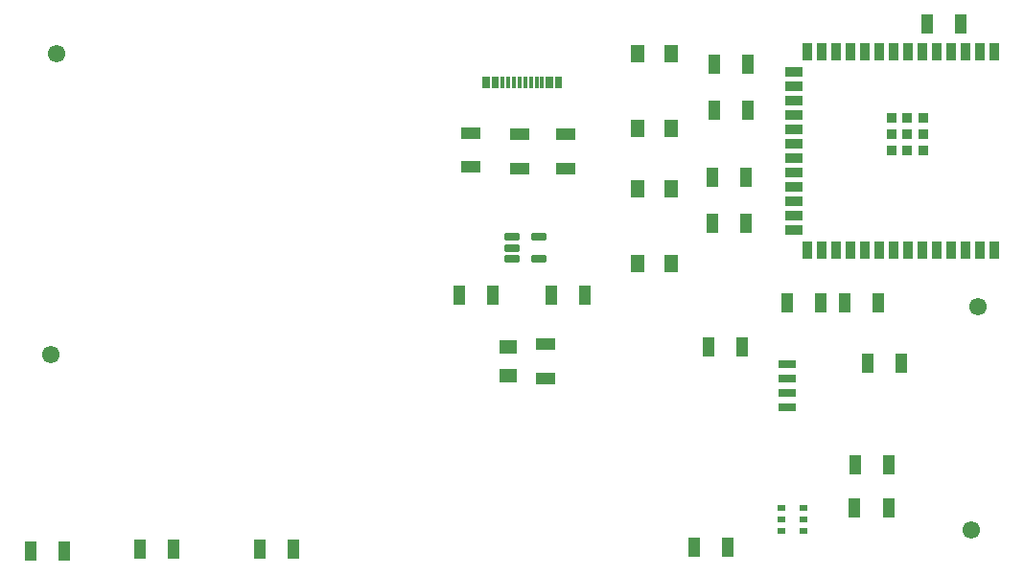
<source format=gtp>
G04*
G04 #@! TF.GenerationSoftware,Altium Limited,Altium Designer,24.2.2 (26)*
G04*
G04 Layer_Color=8421504*
%FSLAX44Y44*%
%MOMM*%
G71*
G04*
G04 #@! TF.SameCoordinates,46537A69-6C61-4849-90A4-6659EB9BC9F3*
G04*
G04*
G04 #@! TF.FilePolarity,Positive*
G04*
G01*
G75*
%ADD16C,1.5500*%
%ADD17R,1.1176X1.8034*%
%ADD18R,0.9000X0.9000*%
%ADD19R,0.9000X1.5000*%
%ADD20R,1.5000X0.9000*%
G04:AMPARAMS|DCode=21|XSize=0.6mm|YSize=1.35mm|CornerRadius=0.045mm|HoleSize=0mm|Usage=FLASHONLY|Rotation=270.000|XOffset=0mm|YOffset=0mm|HoleType=Round|Shape=RoundedRectangle|*
%AMROUNDEDRECTD21*
21,1,0.6000,1.2600,0,0,270.0*
21,1,0.5100,1.3500,0,0,270.0*
1,1,0.0900,-0.6300,-0.2550*
1,1,0.0900,-0.6300,0.2550*
1,1,0.0900,0.6300,0.2550*
1,1,0.0900,0.6300,-0.2550*
%
%ADD21ROUNDEDRECTD21*%
%ADD22R,0.3000X1.1400*%
%ADD23R,1.2000X1.5000*%
%ADD24R,1.5000X1.2000*%
%ADD25R,1.8034X1.1176*%
%ADD26R,1.6000X0.7000*%
G04:AMPARAMS|DCode=27|XSize=0.71mm|YSize=0.53mm|CornerRadius=0.0663mm|HoleSize=0mm|Usage=FLASHONLY|Rotation=0.000|XOffset=0mm|YOffset=0mm|HoleType=Round|Shape=RoundedRectangle|*
%AMROUNDEDRECTD27*
21,1,0.7100,0.3975,0,0,0.0*
21,1,0.5775,0.5300,0,0,0.0*
1,1,0.1325,0.2888,-0.1988*
1,1,0.1325,-0.2888,-0.1988*
1,1,0.1325,-0.2888,0.1988*
1,1,0.1325,0.2888,0.1988*
%
%ADD27ROUNDEDRECTD27*%
D16*
X858520Y488950D02*
D03*
X44450Y712470D02*
D03*
X39370Y447040D02*
D03*
X852170Y292100D02*
D03*
D17*
X253746Y275179D02*
D03*
X223774D02*
D03*
X148336D02*
D03*
X118364D02*
D03*
X813054Y739140D02*
D03*
X843026D02*
D03*
X620014Y453390D02*
D03*
X649986D02*
D03*
X637286Y276860D02*
D03*
X607314D02*
D03*
X21844Y273050D02*
D03*
X51816D02*
D03*
X653796Y562610D02*
D03*
X623824D02*
D03*
Y603250D02*
D03*
X653796D02*
D03*
X655066Y662940D02*
D03*
X625094D02*
D03*
Y703580D02*
D03*
X655066D02*
D03*
X790956Y439420D02*
D03*
X760984D02*
D03*
X400304Y499110D02*
D03*
X430276D02*
D03*
X770636Y492760D02*
D03*
X740664D02*
D03*
X481584Y499110D02*
D03*
X511556D02*
D03*
X719836Y492760D02*
D03*
X689864D02*
D03*
X749300Y311150D02*
D03*
X779272D02*
D03*
X749554Y349250D02*
D03*
X779526D02*
D03*
D18*
X795820Y641375D02*
D03*
Y655375D02*
D03*
Y627374D02*
D03*
X781820Y655375D02*
D03*
Y641375D02*
D03*
Y627374D02*
D03*
X809820Y655375D02*
D03*
Y641375D02*
D03*
Y627374D02*
D03*
D19*
X873020Y713875D02*
D03*
X860320D02*
D03*
X847620D02*
D03*
X834920D02*
D03*
X822220D02*
D03*
X809520D02*
D03*
X796820D02*
D03*
X784120D02*
D03*
X771420D02*
D03*
X758720D02*
D03*
X746020D02*
D03*
X733320D02*
D03*
X720620D02*
D03*
X707920D02*
D03*
Y538875D02*
D03*
X720620D02*
D03*
X733320D02*
D03*
X746020D02*
D03*
X758720D02*
D03*
X771420D02*
D03*
X784120D02*
D03*
X796820D02*
D03*
X809520D02*
D03*
X822220D02*
D03*
X834920D02*
D03*
X847620D02*
D03*
X860320D02*
D03*
X873020D02*
D03*
D20*
X695420Y696225D02*
D03*
Y683524D02*
D03*
Y670825D02*
D03*
Y658124D02*
D03*
Y645424D02*
D03*
Y632724D02*
D03*
Y620024D02*
D03*
Y607324D02*
D03*
Y594624D02*
D03*
Y581925D02*
D03*
Y569225D02*
D03*
Y556525D02*
D03*
D21*
X446620Y550520D02*
D03*
Y541020D02*
D03*
Y531520D02*
D03*
X470320D02*
D03*
Y550520D02*
D03*
D22*
X458430Y687070D02*
D03*
X463430D02*
D03*
X468430D02*
D03*
X473430D02*
D03*
X478430D02*
D03*
X481430D02*
D03*
X486430D02*
D03*
X489430D02*
D03*
X453430D02*
D03*
X448430D02*
D03*
X443430D02*
D03*
X438430D02*
D03*
X433430D02*
D03*
X430430D02*
D03*
X425430D02*
D03*
X422430D02*
D03*
D23*
X587770Y527070D02*
D03*
X557770Y593070D02*
D03*
X587770D02*
D03*
X557770Y527070D02*
D03*
X587770Y646450D02*
D03*
X557770Y712450D02*
D03*
X587770D02*
D03*
X557770Y646450D02*
D03*
D24*
X443230Y453440D02*
D03*
Y427940D02*
D03*
D25*
X453390Y641096D02*
D03*
Y611124D02*
D03*
X476250Y455676D02*
D03*
Y425704D02*
D03*
X494030Y641096D02*
D03*
Y611124D02*
D03*
X410210Y642366D02*
D03*
Y612394D02*
D03*
D26*
X689610Y438150D02*
D03*
Y425450D02*
D03*
Y412750D02*
D03*
Y400050D02*
D03*
D27*
X684840Y310990D02*
D03*
Y300990D02*
D03*
Y290990D02*
D03*
X704540D02*
D03*
Y300990D02*
D03*
Y310990D02*
D03*
M02*

</source>
